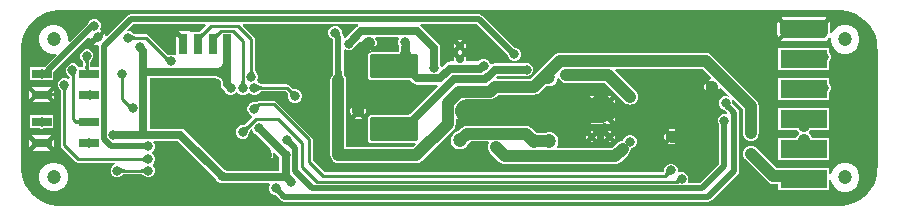
<source format=gbl>
G04*
G04 #@! TF.GenerationSoftware,Altium Limited,Altium Designer,21.6.1 (37)*
G04*
G04 Layer_Physical_Order=2*
G04 Layer_Color=16711680*
%FSLAX44Y44*%
%MOMM*%
G71*
G04*
G04 #@! TF.SameCoordinates,3F17BC7F-6D44-4E06-9127-94DCD14E2BF1*
G04*
G04*
G04 #@! TF.FilePolarity,Positive*
G04*
G01*
G75*
%ADD10C,0.2500*%
%ADD16C,0.4000*%
%ADD70C,2.0000*%
%ADD72C,0.5000*%
%ADD74C,0.7000*%
%ADD75C,1.0000*%
%ADD82C,1.2000*%
%ADD83C,0.7000*%
%ADD84C,0.8000*%
%ADD85R,4.0000X1.5240*%
G04:AMPARAMS|DCode=86|XSize=1.524mm|YSize=4mm|CornerRadius=0.381mm|HoleSize=0mm|Usage=FLASHONLY|Rotation=270.000|XOffset=0mm|YOffset=0mm|HoleType=Round|Shape=RoundedRectangle|*
%AMROUNDEDRECTD86*
21,1,1.5240,3.2380,0,0,270.0*
21,1,0.7620,4.0000,0,0,270.0*
1,1,0.7620,-1.6190,-0.3810*
1,1,0.7620,-1.6190,0.3810*
1,1,0.7620,1.6190,0.3810*
1,1,0.7620,1.6190,-0.3810*
%
%ADD86ROUNDEDRECTD86*%
%ADD87R,4.0000X1.5240*%
G04:AMPARAMS|DCode=88|XSize=2mm|YSize=4mm|CornerRadius=0.07mm|HoleSize=0mm|Usage=FLASHONLY|Rotation=90.000|XOffset=0mm|YOffset=0mm|HoleType=Round|Shape=RoundedRectangle|*
%AMROUNDEDRECTD88*
21,1,2.0000,3.8600,0,0,90.0*
21,1,1.8600,4.0000,0,0,90.0*
1,1,0.1400,1.9300,0.9300*
1,1,0.1400,1.9300,-0.9300*
1,1,0.1400,-1.9300,-0.9300*
1,1,0.1400,-1.9300,0.9300*
%
%ADD88ROUNDEDRECTD88*%
%ADD89R,1.6510X0.7874*%
%ADD90R,0.7000X1.7000*%
G36*
X1387643Y527188D02*
X1391752Y526087D01*
X1395681Y524460D01*
X1399365Y522333D01*
X1402740Y519744D01*
X1405748Y516737D01*
X1408337Y513363D01*
X1410464Y509680D01*
X1412093Y505751D01*
X1413194Y501643D01*
X1413751Y497426D01*
X1413751Y495299D01*
X1413848Y494814D01*
X1413898Y494560D01*
Y395280D01*
X1413836Y394967D01*
X1413743Y394498D01*
X1413743Y392372D01*
X1413188Y388155D01*
X1412087Y384046D01*
X1410460Y380117D01*
X1408333Y376433D01*
X1405744Y373059D01*
X1402737Y370051D01*
X1399363Y367461D01*
X1395680Y365334D01*
X1391751Y363705D01*
X1387643Y362604D01*
X1383482Y362055D01*
X1381412Y362146D01*
X1381356Y362138D01*
X1381300Y362149D01*
X721400Y362163D01*
X719273D01*
X715057Y362718D01*
X710948Y363818D01*
X707018Y365446D01*
X703335Y367572D01*
X699960Y370161D01*
X696952Y373168D01*
X694363Y376542D01*
X692235Y380225D01*
X690607Y384154D01*
X689505Y388263D01*
X688949Y392480D01*
X688949Y394606D01*
X688957Y495201D01*
X688957Y495202D01*
X688957Y495202D01*
Y497328D01*
X689512Y501545D01*
X690613Y505654D01*
X692240Y509583D01*
X694367Y513267D01*
X696956Y516642D01*
X699963Y519649D01*
X703337Y522239D01*
X707020Y524366D01*
X710949Y525995D01*
X715057Y527096D01*
X719274Y527652D01*
X721401Y527653D01*
X1381300Y527743D01*
X1383427Y527743D01*
X1387643Y527188D01*
D02*
G37*
%LPC*%
G36*
X1329399Y518633D02*
X1329128Y518228D01*
X1328636Y515750D01*
Y508130D01*
X1329128Y505652D01*
X1329399Y505247D01*
X1336092Y511940D01*
X1329399Y518633D01*
D02*
G37*
G36*
X751734Y520400D02*
X749466D01*
X747371Y519532D01*
X745768Y517929D01*
X745093Y516300D01*
X729680Y500887D01*
X728824Y501381D01*
X728600Y501603D01*
Y504808D01*
X727769Y507911D01*
X726162Y510693D01*
X723891Y512964D01*
X721109Y514570D01*
X718006Y515402D01*
X714794D01*
X711691Y514570D01*
X708909Y512964D01*
X706638Y510693D01*
X705031Y507911D01*
X704200Y504808D01*
Y501595D01*
X705031Y498493D01*
X706638Y495711D01*
X708909Y493439D01*
X711691Y491833D01*
X714794Y491002D01*
X717999D01*
X718220Y490777D01*
X718714Y489921D01*
X708727Y479934D01*
X708662Y479837D01*
X707286D01*
X707134Y479900D01*
X704866D01*
X704714Y479837D01*
X696045D01*
Y468563D01*
X704714D01*
X704866Y468500D01*
X707134D01*
X707286Y468563D01*
X715955D01*
Y475050D01*
X745634Y504729D01*
X746904Y504203D01*
Y503889D01*
X747350Y502226D01*
X747621Y501755D01*
X752030Y506164D01*
X756438Y510573D01*
X756351Y510623D01*
X755943Y511000D01*
X755742Y512220D01*
X756300Y513566D01*
Y515834D01*
X755432Y517929D01*
X753829Y519532D01*
X751734Y520400D01*
D02*
G37*
G36*
X1061103Y502840D02*
X1059098D01*
X1058243Y502486D01*
X1060100Y500628D01*
X1061957Y502486D01*
X1061103Y502840D01*
D02*
G37*
G36*
X1064786Y499657D02*
X1062928Y497800D01*
X1064786Y495943D01*
X1065140Y496797D01*
Y498802D01*
X1064786Y499657D01*
D02*
G37*
G36*
X1055414Y499657D02*
X1055060Y498802D01*
Y496797D01*
X1055414Y495943D01*
X1057271Y497800D01*
X1055414Y499657D01*
D02*
G37*
G36*
X1367490Y522224D02*
X1335110D01*
X1332632Y521731D01*
X1332227Y521461D01*
X1340334Y513354D01*
X1338920Y511940D01*
X1340334Y510526D01*
X1332227Y502419D01*
X1332632Y502148D01*
X1335110Y501656D01*
X1367490D01*
X1369968Y502148D01*
X1372068Y503552D01*
X1372830Y504692D01*
X1374100Y504307D01*
Y501694D01*
X1374931Y498591D01*
X1376538Y495809D01*
X1378809Y493538D01*
X1381591Y491931D01*
X1384694Y491100D01*
X1387906D01*
X1391009Y491931D01*
X1393791Y493538D01*
X1396062Y495809D01*
X1397669Y498591D01*
X1398500Y501694D01*
Y504906D01*
X1397669Y508009D01*
X1396062Y510791D01*
X1393791Y513062D01*
X1391009Y514669D01*
X1387906Y515500D01*
X1384694D01*
X1381591Y514669D01*
X1378809Y513062D01*
X1376538Y510791D01*
X1375234Y508534D01*
X1373964Y508874D01*
Y515750D01*
X1373472Y518228D01*
X1373201Y518633D01*
X1365094Y510526D01*
X1362266Y513354D01*
X1370373Y521461D01*
X1369968Y521731D01*
X1367490Y522224D01*
D02*
G37*
G36*
X1060100Y494972D02*
X1058243Y493114D01*
X1058549Y492987D01*
Y491613D01*
X1058243Y491486D01*
X1060100Y489628D01*
X1061957Y491486D01*
X1061651Y491613D01*
Y492987D01*
X1061957Y493114D01*
X1060100Y494972D01*
D02*
G37*
G36*
X1076200Y524482D02*
X781500D01*
X779861Y524156D01*
X778472Y523228D01*
X761205Y505961D01*
X759788Y506341D01*
X759538Y507274D01*
X759267Y507744D01*
X754858Y503336D01*
X750450Y498927D01*
X750920Y498656D01*
X752583Y498210D01*
X753124D01*
X754218Y497200D01*
Y479837D01*
X747173D01*
X747159Y479925D01*
X747146Y480072D01*
Y483315D01*
X747159Y483414D01*
X747203Y483615D01*
X747266Y483815D01*
X747350Y484016D01*
X747455Y484222D01*
X747587Y484434D01*
X747745Y484651D01*
X747933Y484874D01*
X748189Y485141D01*
X748270Y485269D01*
X748970Y485969D01*
X749838Y488064D01*
Y490331D01*
X748970Y492426D01*
X747367Y494030D01*
X745272Y494897D01*
X743004D01*
X740909Y494030D01*
X739306Y492426D01*
X738438Y490331D01*
Y488064D01*
X739306Y485969D01*
X740005Y485269D01*
X740087Y485141D01*
X740343Y484875D01*
X740531Y484651D01*
X740689Y484434D01*
X740820Y484222D01*
X740926Y484016D01*
X741010Y483815D01*
X741073Y483615D01*
X741117Y483414D01*
X741130Y483315D01*
Y480072D01*
X741117Y479925D01*
X741103Y479837D01*
X737083D01*
X736877Y480333D01*
X735274Y481937D01*
X733179Y482804D01*
X730911D01*
X728816Y481937D01*
X727213Y480333D01*
X726345Y478238D01*
Y475971D01*
X727213Y473876D01*
X728816Y472272D01*
X729129Y472143D01*
X729284Y472011D01*
X729426Y471866D01*
X729539Y471724D01*
X729629Y471583D01*
X729700Y471441D01*
X729756Y471290D01*
X729797Y471126D01*
X729811Y471031D01*
Y470110D01*
X728637Y469624D01*
X728629Y469632D01*
X726534Y470500D01*
X724266D01*
X722171Y469632D01*
X720568Y468029D01*
X719700Y465934D01*
Y463666D01*
X720568Y461571D01*
X721267Y460872D01*
X721349Y460743D01*
X721605Y460477D01*
X721793Y460254D01*
X721951Y460036D01*
X722082Y459825D01*
X722188Y459619D01*
X722272Y459417D01*
X722335Y459217D01*
X722379Y459017D01*
X722392Y458918D01*
Y413500D01*
X722621Y412349D01*
X723273Y411373D01*
X735073Y399573D01*
X736049Y398921D01*
X737200Y398692D01*
X768284D01*
X768537Y397422D01*
X766871Y396732D01*
X765268Y395129D01*
X764400Y393034D01*
Y390766D01*
X765268Y388671D01*
X766871Y387068D01*
X768966Y386200D01*
X771234D01*
X773329Y387068D01*
X774123Y387862D01*
X774256Y387952D01*
X774513Y388210D01*
X774726Y388398D01*
X774935Y388556D01*
X775137Y388686D01*
X775335Y388791D01*
X775529Y388873D01*
X775722Y388936D01*
X775918Y388980D01*
X776018Y388993D01*
X790563D01*
X790662Y388980D01*
X790862Y388936D01*
X791062Y388873D01*
X791264Y388789D01*
X791469Y388684D01*
X791681Y388552D01*
X791898Y388394D01*
X792122Y388206D01*
X792388Y387950D01*
X792516Y387868D01*
X793216Y387169D01*
X795311Y386301D01*
X797579D01*
X799673Y387169D01*
X801277Y388772D01*
X802145Y390867D01*
Y393135D01*
X801277Y395230D01*
X800457Y396050D01*
X800445Y397784D01*
X801132Y398471D01*
X802000Y400566D01*
Y402834D01*
X801132Y404929D01*
X799610Y406451D01*
X799523Y406730D01*
X799486Y407925D01*
X800832Y409271D01*
X801700Y411366D01*
Y413634D01*
X800832Y415729D01*
X800736Y415825D01*
X801222Y416998D01*
X821404D01*
X853320Y385082D01*
X853718Y384121D01*
X855321Y382518D01*
X857416Y381650D01*
X858205D01*
X859471Y381398D01*
X898428D01*
X899081Y380128D01*
X898400Y378484D01*
Y376216D01*
X899268Y374121D01*
X900871Y372518D01*
X902966Y371650D01*
X903638D01*
X904121Y371223D01*
X908472Y366872D01*
X909861Y365944D01*
X911500Y365618D01*
X1270200D01*
X1271839Y365944D01*
X1273228Y366872D01*
X1295330Y388974D01*
X1296258Y390363D01*
X1296584Y392002D01*
Y441186D01*
X1296258Y442825D01*
X1295330Y444215D01*
X1291036Y448508D01*
X1290931Y448630D01*
X1290817Y448781D01*
X1290800Y448805D01*
Y450334D01*
X1290225Y451722D01*
X1291302Y452441D01*
X1299677Y444066D01*
Y423500D01*
X1299908Y421751D01*
X1300583Y420121D01*
X1301657Y418722D01*
X1303056Y417648D01*
X1304686Y416973D01*
X1306435Y416742D01*
X1308184Y416973D01*
X1309814Y417648D01*
X1311214Y418722D01*
X1312287Y420121D01*
X1312963Y421751D01*
X1313193Y423500D01*
Y446865D01*
X1312963Y448614D01*
X1312287Y450244D01*
X1311214Y451643D01*
X1276140Y486717D01*
X1273211Y489646D01*
X1271812Y490719D01*
X1270182Y491395D01*
X1268433Y491625D01*
X1144667D01*
X1142918Y491395D01*
X1141288Y490719D01*
X1139889Y489646D01*
X1120101Y469858D01*
X1091601D01*
X1091115Y471031D01*
X1092182Y472098D01*
X1114605D01*
X1115566Y471700D01*
X1117834D01*
X1119929Y472568D01*
X1121532Y474171D01*
X1122400Y476266D01*
Y478534D01*
X1121532Y480629D01*
X1119929Y482232D01*
X1117834Y483100D01*
X1115566D01*
X1114605Y482702D01*
X1089986D01*
X1087957Y482298D01*
X1087345Y481889D01*
X1087081Y481899D01*
X1085870Y482431D01*
X1085208Y484029D01*
X1083604Y485632D01*
X1081509Y486500D01*
X1079242D01*
X1077147Y485632D01*
X1075916Y484402D01*
X1065705D01*
X1064999Y485458D01*
X1065140Y485798D01*
Y487803D01*
X1064786Y488657D01*
X1061514Y485386D01*
X1060100Y486800D01*
X1058686Y485386D01*
X1055414Y488657D01*
X1055060Y487803D01*
Y485798D01*
X1055201Y485458D01*
X1054495Y484402D01*
X1052416D01*
X1050387Y483998D01*
X1048667Y482849D01*
X1045070Y479252D01*
X1043800Y479778D01*
Y480334D01*
X1043402Y481295D01*
Y496000D01*
X1042998Y498029D01*
X1041849Y499749D01*
X1027849Y513749D01*
X1026504Y514648D01*
X1026889Y515918D01*
X1074426D01*
X1100530Y489814D01*
X1100600Y489732D01*
Y489366D01*
X1101468Y487271D01*
X1103071Y485668D01*
X1105166Y484800D01*
X1107434D01*
X1109529Y485668D01*
X1111132Y487271D01*
X1112000Y489366D01*
Y491634D01*
X1111132Y493729D01*
X1109529Y495332D01*
X1107434Y496200D01*
X1106320D01*
X1106272Y496234D01*
X1105856Y496600D01*
X1079228Y523228D01*
X1077839Y524156D01*
X1076200Y524482D01*
D02*
G37*
G36*
X1373000Y495860D02*
X1329600D01*
Y477220D01*
X1373000D01*
Y484839D01*
X1373132Y484971D01*
X1374000Y487066D01*
Y489334D01*
X1373132Y491429D01*
X1373000Y491561D01*
Y495860D01*
D02*
G37*
G36*
X716795Y459848D02*
X713147Y456200D01*
X716795Y452551D01*
Y459848D01*
D02*
G37*
G36*
X695205Y459849D02*
Y452551D01*
X698854Y456200D01*
X695205Y459849D01*
D02*
G37*
G36*
X1373000Y470460D02*
X1329600D01*
Y451820D01*
X1373000D01*
Y458204D01*
X1373367Y458571D01*
X1374235Y460666D01*
Y462934D01*
X1373367Y465029D01*
X1373000Y465396D01*
Y470460D01*
D02*
G37*
G36*
X713967Y462677D02*
X698033D01*
X703096Y457614D01*
X701682Y456200D01*
X703096Y454786D01*
X698034Y449723D01*
X713967D01*
X708904Y454786D01*
X710318Y456200D01*
X708904Y457614D01*
X713967Y462677D01*
D02*
G37*
G36*
X707134Y439000D02*
X704866D01*
X704714Y438937D01*
X696045D01*
Y427663D01*
X704714D01*
X704866Y427600D01*
X707134D01*
X707286Y427663D01*
X715955D01*
Y438937D01*
X707286D01*
X707134Y439000D01*
D02*
G37*
G36*
X713967Y421777D02*
X698034D01*
X703096Y416714D01*
X701682Y415300D01*
X703096Y413886D01*
X698034Y408823D01*
X713967D01*
X708904Y413886D01*
X710318Y415300D01*
X708904Y416714D01*
X710816Y418627D01*
X709906Y419207D01*
X710145Y419109D01*
X710429Y419092D01*
X710758Y419156D01*
X711132Y419300D01*
X711551Y419525D01*
X712016Y419831D01*
X712035Y419846D01*
X713967Y421777D01*
D02*
G37*
G36*
X716795Y418949D02*
X713147Y415300D01*
X716795Y411651D01*
Y418949D01*
D02*
G37*
G36*
X695205Y418949D02*
Y411651D01*
X698854Y415300D01*
X695205Y418949D01*
D02*
G37*
G36*
X1373000Y445060D02*
X1329600D01*
Y426420D01*
X1345525D01*
X1346521Y425121D01*
X1347075Y424697D01*
X1347075Y423096D01*
X1346922Y422979D01*
X1345848Y421579D01*
X1345172Y419949D01*
X1345134Y419660D01*
X1329600D01*
Y401020D01*
X1373000D01*
Y419660D01*
X1358266D01*
X1358228Y419949D01*
X1357552Y421579D01*
X1356478Y422979D01*
X1355925Y423403D01*
Y425004D01*
X1356078Y425121D01*
X1357075Y426420D01*
X1373000D01*
Y445060D01*
D02*
G37*
G36*
X718006Y398806D02*
X714794D01*
X711691Y397974D01*
X708909Y396368D01*
X706638Y394096D01*
X705031Y391315D01*
X704200Y388212D01*
Y384999D01*
X705031Y381897D01*
X706638Y379114D01*
X708909Y376843D01*
X711691Y375237D01*
X714794Y374406D01*
X718006D01*
X721109Y375237D01*
X723891Y376843D01*
X726162Y379114D01*
X727769Y381897D01*
X728600Y384999D01*
Y388212D01*
X727769Y391315D01*
X726162Y394096D01*
X723891Y396368D01*
X721109Y397974D01*
X718006Y398806D01*
D02*
G37*
G36*
X1306700Y413158D02*
X1304951Y412928D01*
X1303321Y412252D01*
X1301922Y411179D01*
X1300848Y409779D01*
X1300172Y408149D01*
X1299942Y406400D01*
X1300172Y404651D01*
X1300848Y403021D01*
X1301922Y401622D01*
X1320762Y382781D01*
X1322161Y381707D01*
X1323791Y381032D01*
X1325540Y380802D01*
X1327151D01*
X1327571Y380796D01*
X1329118Y380706D01*
X1329600Y380652D01*
Y375620D01*
X1373000D01*
Y384090D01*
X1374270Y384258D01*
X1374931Y381789D01*
X1376538Y379007D01*
X1378809Y376736D01*
X1381591Y375130D01*
X1384694Y374298D01*
X1387906D01*
X1391009Y375130D01*
X1393791Y376736D01*
X1396062Y379007D01*
X1397669Y381789D01*
X1398500Y384892D01*
Y388105D01*
X1397669Y391207D01*
X1396062Y393989D01*
X1393791Y396261D01*
X1391009Y397867D01*
X1387906Y398698D01*
X1384694D01*
X1381591Y397867D01*
X1378809Y396261D01*
X1376538Y393989D01*
X1374931Y391207D01*
X1374270Y388739D01*
X1373000Y388906D01*
Y394260D01*
X1349119D01*
X1348680Y394318D01*
X1328339D01*
X1311478Y411179D01*
X1310079Y412252D01*
X1308449Y412928D01*
X1306700Y413158D01*
D02*
G37*
%LPD*%
G36*
X844991Y514744D02*
X840248Y510002D01*
X839807Y509591D01*
X839450Y509303D01*
X839286Y509188D01*
X833050D01*
Y509188D01*
X831790Y509212D01*
Y510028D01*
X822538D01*
X827164Y505402D01*
X824336Y502573D01*
X819710Y507199D01*
Y490223D01*
X818440Y489548D01*
X816834Y490213D01*
X814566D01*
X814144Y490038D01*
X814008Y490009D01*
X813798Y489982D01*
X813615Y489978D01*
X813454Y489991D01*
X813309Y490019D01*
X813174Y490062D01*
X813040Y490122D01*
X812902Y490204D01*
X812827Y490259D01*
X796460Y506627D01*
X795484Y507279D01*
X794333Y507508D01*
X785167D01*
X785069Y507520D01*
X784859Y507565D01*
X784647Y507628D01*
X784431Y507713D01*
X784209Y507820D01*
X783981Y507951D01*
X783745Y508110D01*
X783502Y508297D01*
X783217Y508546D01*
X783130Y508595D01*
X782594Y509132D01*
X780499Y510000D01*
X779152D01*
X778626Y511270D01*
X783274Y515918D01*
X844505D01*
X844991Y514744D01*
D02*
G37*
G36*
X843487Y507220D02*
X843000Y506715D01*
X842230Y505806D01*
X841948Y505402D01*
X841734Y505032D01*
X841588Y504695D01*
X841511Y504392D01*
X841502Y504122D01*
X841561Y503886D01*
X841689Y503684D01*
X838421Y507426D01*
X838603Y507278D01*
X838822Y507202D01*
X839080Y507199D01*
X839376Y507269D01*
X839710Y507412D01*
X840083Y507629D01*
X840494Y507918D01*
X840943Y508281D01*
X841957Y509225D01*
X843487Y507220D01*
D02*
G37*
G36*
X855989Y507121D02*
X855506Y506621D01*
X854741Y505717D01*
X854460Y505315D01*
X854247Y504944D01*
X854100Y504607D01*
X854021Y504302D01*
X854010Y504030D01*
X854066Y503791D01*
X854189Y503584D01*
X851021Y507426D01*
X851198Y507273D01*
X851414Y507194D01*
X851669Y507188D01*
X851964Y507257D01*
X852298Y507400D01*
X852671Y507617D01*
X853084Y507908D01*
X853535Y508273D01*
X854557Y509225D01*
X855989Y507121D01*
D02*
G37*
G36*
X974096Y514648D02*
X972751Y513749D01*
X963832Y504830D01*
X962871Y504432D01*
X962840Y504401D01*
X961666Y504887D01*
Y505204D01*
X961340Y506843D01*
X960412Y508232D01*
X960300Y508344D01*
Y509934D01*
X959432Y512029D01*
X957829Y513632D01*
X955734Y514500D01*
X953466D01*
X951371Y513632D01*
X949768Y512029D01*
X948900Y509934D01*
Y507666D01*
X949768Y505571D01*
X951371Y503968D01*
X953102Y503251D01*
Y479752D01*
X952988Y476416D01*
X952791Y474368D01*
X952676Y473671D01*
X952560Y473192D01*
X952495Y473018D01*
X951532Y471763D01*
X950856Y470133D01*
X950626Y468384D01*
Y423698D01*
Y404902D01*
X950856Y403153D01*
X951532Y401523D01*
X952606Y400123D01*
X954005Y399050D01*
X955635Y398374D01*
X957384Y398144D01*
X1023402D01*
X1025151Y398374D01*
X1026781Y399050D01*
X1028180Y400123D01*
X1054578Y426521D01*
X1055652Y427921D01*
X1056328Y429551D01*
X1056558Y431300D01*
Y435969D01*
X1057828Y436495D01*
X1058956Y435366D01*
X1060904Y434242D01*
X1063076Y433660D01*
X1065324D01*
X1067496Y434242D01*
X1069444Y435366D01*
X1070211Y436134D01*
X1071050Y436941D01*
X1071889Y436134D01*
X1072656Y435366D01*
X1074604Y434242D01*
X1076776Y433660D01*
X1079024D01*
X1081196Y434242D01*
X1083144Y435366D01*
X1084650Y436873D01*
X1086186Y435336D01*
X1088134Y434212D01*
X1090306Y433630D01*
X1092554D01*
X1094726Y434212D01*
X1095889Y434883D01*
X1090016Y440756D01*
X1091430Y442170D01*
X1090016Y443584D01*
X1095889Y449457D01*
X1094726Y450128D01*
X1092554Y450710D01*
X1090306D01*
X1088134Y450128D01*
X1086186Y449004D01*
X1084680Y447497D01*
X1083144Y449034D01*
X1081196Y450158D01*
X1079024Y450740D01*
X1076776D01*
X1074604Y450158D01*
X1072656Y449034D01*
X1071889Y448266D01*
X1071050Y447459D01*
X1070211Y448266D01*
X1069444Y449034D01*
X1067496Y450158D01*
X1065324Y450740D01*
X1063916D01*
X1063183Y452010D01*
X1063259Y452142D01*
X1085729D01*
X1087478Y452373D01*
X1089108Y453048D01*
X1090507Y454122D01*
X1092728Y456342D01*
X1122900D01*
X1124649Y456572D01*
X1126279Y457248D01*
X1127679Y458321D01*
X1132980Y463623D01*
X1134186Y463300D01*
X1136214D01*
X1138172Y463825D01*
X1139928Y464838D01*
X1141361Y466272D01*
X1142375Y468028D01*
X1142900Y469986D01*
Y470149D01*
X1144170Y470402D01*
X1144452Y469721D01*
X1145526Y468321D01*
X1146926Y467248D01*
X1148555Y466572D01*
X1150304Y466342D01*
X1182881D01*
X1199342Y449882D01*
X1200741Y448808D01*
X1202371Y448133D01*
X1204120Y447902D01*
X1205869Y448133D01*
X1207499Y448808D01*
X1208898Y449882D01*
X1209972Y451281D01*
X1210648Y452911D01*
X1210878Y454660D01*
X1210648Y456409D01*
X1209972Y458039D01*
X1208898Y459439D01*
X1191498Y476839D01*
X1192024Y478109D01*
X1265634D01*
X1266583Y477160D01*
X1266583Y477160D01*
X1273055Y470688D01*
X1272526Y469421D01*
X1271246Y469078D01*
X1270776Y468807D01*
X1275184Y464398D01*
X1279593Y459989D01*
X1279864Y460459D01*
X1280207Y461740D01*
X1281474Y462269D01*
X1288341Y455402D01*
X1287622Y454325D01*
X1286234Y454900D01*
X1283966D01*
X1281871Y454032D01*
X1280268Y452429D01*
X1279400Y450334D01*
Y448066D01*
X1280268Y445971D01*
X1281871Y444368D01*
X1283833Y443555D01*
X1284378Y443054D01*
X1286514Y440918D01*
X1285795Y439842D01*
X1285235Y440073D01*
X1282968D01*
X1280873Y439205D01*
X1279269Y437602D01*
X1278402Y435507D01*
Y433239D01*
X1279269Y431144D01*
X1279777Y430637D01*
X1279819Y429969D01*
Y397375D01*
X1263726Y381282D01*
X1253653D01*
X1252952Y382552D01*
X1253600Y384116D01*
Y386384D01*
X1252732Y388479D01*
X1251129Y390082D01*
X1249034Y390950D01*
X1246766D01*
X1245632Y390480D01*
X1245235Y390686D01*
X1244500Y391386D01*
Y393334D01*
X1243632Y395429D01*
X1242029Y397032D01*
X1239934Y397900D01*
X1237666D01*
X1235571Y397032D01*
X1233968Y395429D01*
X1233100Y393334D01*
Y392508D01*
X1233070Y392392D01*
X1233050Y392016D01*
X1233016Y391716D01*
X1232965Y391441D01*
X1232900Y391190D01*
X1232822Y390961D01*
X1232732Y390752D01*
X1232655Y390608D01*
X945446D01*
X935408Y400646D01*
Y418500D01*
X935179Y419651D01*
X934527Y420627D01*
X904827Y450327D01*
X903851Y450979D01*
X902700Y451208D01*
X890265D01*
X889113Y450979D01*
X888138Y450327D01*
X887808Y449997D01*
X887774Y449969D01*
X887614Y449851D01*
X887478Y449767D01*
X887371Y449713D01*
X887319Y449694D01*
X887184Y449750D01*
X884916D01*
X882821Y448882D01*
X881218Y447279D01*
X880350Y445184D01*
Y442916D01*
X881218Y440821D01*
X882821Y439218D01*
X884233Y438633D01*
X884573Y437177D01*
X878382Y430986D01*
X878303Y430925D01*
X878130Y430815D01*
X877944Y430718D01*
X877743Y430634D01*
X877522Y430564D01*
X877280Y430507D01*
X877014Y430465D01*
X876723Y430440D01*
X876354Y430433D01*
X876206Y430400D01*
X875216D01*
X873121Y429532D01*
X871518Y427929D01*
X870650Y425834D01*
Y423566D01*
X871518Y421471D01*
X873121Y419868D01*
X875216Y419000D01*
X877484D01*
X879579Y419868D01*
X881182Y421471D01*
X882050Y423566D01*
Y424556D01*
X882083Y424704D01*
X882090Y425073D01*
X882115Y425364D01*
X882157Y425630D01*
X882214Y425872D01*
X882284Y426092D01*
X882368Y426294D01*
X882465Y426480D01*
X882575Y426653D01*
X882636Y426732D01*
X883377Y427473D01*
X884550Y426987D01*
Y426920D01*
X885418Y424825D01*
X887021Y423221D01*
X887610Y422977D01*
X897900Y412687D01*
X897243Y411548D01*
X896528Y411740D01*
X894807D01*
X893143Y411294D01*
X892673Y411023D01*
X897082Y406614D01*
X901490Y402205D01*
X901762Y402675D01*
X902207Y404339D01*
Y406061D01*
X902016Y406775D01*
X903155Y407433D01*
X907283Y403304D01*
X907366Y403105D01*
Y392002D01*
X861959D01*
X861779Y392182D01*
X860818Y392580D01*
X827349Y426049D01*
X825629Y427198D01*
X823600Y427602D01*
X797554D01*
Y470011D01*
X853936D01*
X854855Y469854D01*
X855647Y469598D01*
X856281Y469266D01*
X856786Y468865D01*
X857196Y468379D01*
X857530Y467777D01*
X857788Y467027D01*
X857948Y466147D01*
Y465021D01*
X858352Y462992D01*
X859501Y461272D01*
X860578Y460194D01*
X861168Y458771D01*
X862771Y457168D01*
X864866Y456300D01*
X867134D01*
X869229Y457168D01*
X870334Y458273D01*
X871534Y458361D01*
X871880Y458159D01*
X873271Y456768D01*
X875366Y455900D01*
X877634D01*
X879729Y456768D01*
X881332Y458371D01*
X881760Y458456D01*
X883049Y457167D01*
X885144Y456299D01*
X887412D01*
X889507Y457167D01*
X890206Y457866D01*
X890335Y457948D01*
X890601Y458204D01*
X890824Y458392D01*
X891042Y458550D01*
X891253Y458681D01*
X891459Y458787D01*
X891661Y458871D01*
X891861Y458934D01*
X892061Y458978D01*
X892160Y458991D01*
X912555D01*
X914414Y457132D01*
X914475Y457053D01*
X914585Y456880D01*
X914682Y456694D01*
X914765Y456493D01*
X914836Y456272D01*
X914893Y456030D01*
X914935Y455764D01*
X914960Y455473D01*
X914967Y455104D01*
X915000Y454956D01*
Y453966D01*
X915868Y451871D01*
X917471Y450268D01*
X919566Y449400D01*
X921834D01*
X923929Y450268D01*
X925532Y451871D01*
X926400Y453966D01*
Y456234D01*
X925532Y458329D01*
X923929Y459932D01*
X921834Y460800D01*
X920844D01*
X920696Y460833D01*
X920327Y460840D01*
X920036Y460865D01*
X919770Y460907D01*
X919528Y460964D01*
X919308Y461035D01*
X919106Y461118D01*
X918920Y461215D01*
X918747Y461325D01*
X918668Y461386D01*
X915928Y464126D01*
X914952Y464778D01*
X913801Y465007D01*
X892160D01*
X892061Y465020D01*
X891860Y465064D01*
X891661Y465127D01*
X891459Y465211D01*
X891253Y465316D01*
X891042Y465447D01*
X890824Y465606D01*
X890601Y465794D01*
X890335Y466049D01*
X890206Y466132D01*
X889507Y466831D01*
X889079Y467008D01*
X888705Y468538D01*
X889400Y470216D01*
Y472484D01*
X888532Y474579D01*
X887833Y475278D01*
X887751Y475407D01*
X887495Y475673D01*
X887307Y475896D01*
X887149Y476114D01*
X887018Y476325D01*
X886912Y476531D01*
X886828Y476733D01*
X886765Y476932D01*
X886721Y477133D01*
X886708Y477232D01*
Y503000D01*
X886479Y504151D01*
X885827Y505127D01*
X876209Y514744D01*
X876695Y515918D01*
X973711D01*
X974096Y514648D01*
D02*
G37*
G36*
X782402Y506956D02*
X782731Y506703D01*
X783063Y506480D01*
X783399Y506286D01*
X783738Y506122D01*
X784082Y505988D01*
X784429Y505884D01*
X784780Y505810D01*
X785135Y505765D01*
X785493Y505750D01*
X785625Y503250D01*
X785260Y503234D01*
X784904Y503186D01*
X784556Y503106D01*
X784216Y502993D01*
X783886Y502849D01*
X783563Y502673D01*
X783249Y502464D01*
X782944Y502224D01*
X782646Y501951D01*
X782358Y501646D01*
X782078Y507239D01*
X782402Y506956D01*
D02*
G37*
G36*
X1008760Y503428D02*
X1008100Y501834D01*
Y499566D01*
X1008898Y497639D01*
Y495641D01*
X1008839Y494970D01*
X1008689Y494064D01*
X1008494Y493337D01*
X1008272Y492792D01*
X1008049Y492426D01*
X1007851Y492211D01*
X1007676Y492094D01*
X1007542Y492047D01*
X984700D01*
X983764Y491861D01*
X982970Y491330D01*
X982439Y490536D01*
X982253Y489600D01*
Y471000D01*
X982439Y470064D01*
X982970Y469270D01*
X983764Y468739D01*
X984700Y468553D01*
X1018249D01*
X1020551Y466251D01*
X1022271Y465102D01*
X1024300Y464698D01*
X1041160D01*
X1041646Y463525D01*
X1021740Y443618D01*
X1018934Y441148D01*
X1017587Y440123D01*
X1016396Y439335D01*
X1015487Y438847D01*
X984700D01*
X983764Y438661D01*
X982970Y438130D01*
X982439Y437336D01*
X982253Y436400D01*
Y417800D01*
X982439Y416864D01*
X982970Y416070D01*
X983764Y415539D01*
X984700Y415353D01*
X1022500D01*
X1023026Y414083D01*
X1020603Y411660D01*
X964142D01*
Y423698D01*
Y468384D01*
X963912Y470133D01*
X963236Y471763D01*
X962274Y473018D01*
X962208Y473192D01*
X962112Y473588D01*
X961666Y480324D01*
Y494313D01*
X962840Y494799D01*
X962871Y494768D01*
X964966Y493900D01*
X967234D01*
X969329Y494768D01*
X970932Y496371D01*
X971330Y497332D01*
X975460Y501462D01*
X976598Y500804D01*
X976560Y500661D01*
Y498939D01*
X977006Y497276D01*
X977277Y496806D01*
X981686Y501214D01*
X983100Y499800D01*
X984514Y501214D01*
X988923Y496806D01*
X989194Y497276D01*
X989640Y498939D01*
Y500661D01*
X989194Y502324D01*
X988557Y503428D01*
X989111Y504698D01*
X1008078D01*
X1008760Y503428D01*
D02*
G37*
G36*
X1104139Y495802D02*
X1105192Y494875D01*
X1105397Y494729D01*
X1105577Y494617D01*
X1105734Y494540D01*
X1105868Y494496D01*
X1105977Y494487D01*
X1102307Y490257D01*
X1102287Y490335D01*
X1102233Y490439D01*
X1102146Y490572D01*
X1102025Y490731D01*
X1101685Y491132D01*
X1100603Y492261D01*
X1103817Y496119D01*
X1104139Y495802D01*
D02*
G37*
G36*
X1017735Y495947D02*
X1017840Y494752D01*
X1018015Y493697D01*
X1018260Y492783D01*
X1018575Y492010D01*
X1018960Y491377D01*
X1019415Y490885D01*
X1019940Y490533D01*
X1020535Y490322D01*
X1021200Y490252D01*
X1007200D01*
X1007865Y490322D01*
X1008460Y490533D01*
X1008985Y490885D01*
X1009440Y491377D01*
X1009825Y492010D01*
X1010140Y492783D01*
X1010385Y493697D01*
X1010560Y494752D01*
X1010665Y495947D01*
X1010700Y497283D01*
X1017700D01*
X1017735Y495947D01*
D02*
G37*
G36*
X811652Y488973D02*
X811941Y488758D01*
X812242Y488580D01*
X812555Y488440D01*
X812880Y488337D01*
X813217Y488271D01*
X813566Y488243D01*
X813927Y488252D01*
X814300Y488298D01*
X814685Y488382D01*
X811811Y483576D01*
X811698Y484008D01*
X811432Y484811D01*
X811278Y485183D01*
X810932Y485865D01*
X810739Y486175D01*
X810532Y486466D01*
X810312Y486736D01*
X810079Y486986D01*
X811375Y489226D01*
X811652Y488973D01*
D02*
G37*
G36*
X746643Y486034D02*
X746380Y485721D01*
X746147Y485402D01*
X745946Y485077D01*
X745775Y484745D01*
X745636Y484408D01*
X745527Y484065D01*
X745450Y483715D01*
X745403Y483359D01*
X745388Y482998D01*
X742888D01*
X742872Y483359D01*
X742826Y483715D01*
X742748Y484065D01*
X742640Y484408D01*
X742500Y484745D01*
X742330Y485077D01*
X742128Y485402D01*
X741896Y485721D01*
X741632Y486034D01*
X741338Y486341D01*
X746938D01*
X746643Y486034D01*
D02*
G37*
G36*
X745400Y480131D02*
X745438Y479706D01*
X745500Y479332D01*
X745588Y479007D01*
X745700Y478731D01*
X745838Y478507D01*
X746000Y478331D01*
X746188Y478206D01*
X746400Y478131D01*
X746638Y478106D01*
X741638D01*
X741875Y478131D01*
X742088Y478206D01*
X742275Y478331D01*
X742438Y478507D01*
X742575Y478731D01*
X742688Y479007D01*
X742775Y479332D01*
X742838Y479706D01*
X742875Y480131D01*
X742888Y480606D01*
X745388D01*
X745400Y480131D01*
D02*
G37*
G36*
X884966Y477188D02*
X885012Y476832D01*
X885089Y476483D01*
X885198Y476139D01*
X885338Y475802D01*
X885508Y475471D01*
X885710Y475146D01*
X885942Y474827D01*
X886206Y474514D01*
X886500Y474207D01*
X880900D01*
X881195Y474514D01*
X881458Y474827D01*
X881691Y475146D01*
X881892Y475471D01*
X882063Y475802D01*
X882202Y476139D01*
X882310Y476483D01*
X882388Y476832D01*
X882434Y477188D01*
X882450Y477550D01*
X884950D01*
X884966Y477188D01*
D02*
G37*
G36*
X959894Y480850D02*
X960393Y473326D01*
X960548Y472682D01*
X960725Y472212D01*
X960922Y471917D01*
X959985D01*
X959992Y471808D01*
X960031Y471604D01*
X960076Y471441D01*
X960127Y471320D01*
X960184Y471241D01*
X954584D01*
X954641Y471320D01*
X954692Y471441D01*
X954737Y471604D01*
X954776Y471808D01*
X954791Y471917D01*
X953846D01*
X954043Y472212D01*
X954220Y472682D01*
X954376Y473326D01*
X954510Y474144D01*
X954718Y476303D01*
X954874Y480850D01*
X954884Y482714D01*
X959884D01*
X959894Y480850D01*
D02*
G37*
G36*
X735102Y474472D02*
X734694Y473738D01*
X734528Y473375D01*
X734388Y473015D01*
X734273Y472657D01*
X734183Y472303D01*
X734119Y471950D01*
X734081Y471601D01*
X734069Y471254D01*
X731569Y470733D01*
X731551Y471105D01*
X731500Y471462D01*
X731414Y471803D01*
X731294Y472129D01*
X731139Y472440D01*
X730950Y472735D01*
X730726Y473014D01*
X730469Y473279D01*
X730177Y473527D01*
X729850Y473760D01*
X735344Y474843D01*
X735102Y474472D01*
D02*
G37*
G36*
X866750Y475313D02*
X859750Y465021D01*
X859680Y466311D01*
X859470Y467466D01*
X859120Y468485D01*
X858630Y469368D01*
X858000Y470115D01*
X857230Y470726D01*
X856320Y471202D01*
X855270Y471541D01*
X854080Y471745D01*
X852750Y471813D01*
Y478813D01*
X854080Y478883D01*
X855270Y479093D01*
X856320Y479443D01*
X857230Y479933D01*
X858000Y480563D01*
X858630Y481333D01*
X859120Y482243D01*
X859470Y483293D01*
X859680Y484483D01*
X859750Y485813D01*
X866750Y475313D01*
D02*
G37*
G36*
X877766Y467438D02*
X877812Y467082D01*
X877889Y466733D01*
X877998Y466389D01*
X878138Y466052D01*
X878308Y465721D01*
X878510Y465396D01*
X878742Y465076D01*
X879006Y464763D01*
X879300Y464457D01*
X873700D01*
X873995Y464763D01*
X874258Y465076D01*
X874491Y465396D01*
X874692Y465721D01*
X874863Y466052D01*
X875002Y466389D01*
X875110Y466733D01*
X875188Y467082D01*
X875235Y467438D01*
X875250Y467800D01*
X877750D01*
X877766Y467438D01*
D02*
G37*
G36*
X889441Y464504D02*
X889754Y464241D01*
X890073Y464008D01*
X890399Y463807D01*
X890730Y463636D01*
X891067Y463497D01*
X891411Y463388D01*
X891760Y463311D01*
X892116Y463264D01*
X892478Y463249D01*
Y460749D01*
X892116Y460733D01*
X891760Y460687D01*
X891411Y460609D01*
X891067Y460501D01*
X890730Y460361D01*
X890399Y460191D01*
X890073Y459989D01*
X889754Y459757D01*
X889442Y459493D01*
X889135Y459199D01*
X889135Y464799D01*
X889441Y464504D01*
D02*
G37*
G36*
X727906Y461637D02*
X727642Y461324D01*
X727410Y461004D01*
X727208Y460679D01*
X727038Y460348D01*
X726898Y460011D01*
X726789Y459667D01*
X726712Y459318D01*
X726665Y458962D01*
X726650Y458600D01*
X724150D01*
X724135Y458962D01*
X724088Y459318D01*
X724010Y459667D01*
X723902Y460011D01*
X723763Y460348D01*
X723592Y460679D01*
X723391Y461004D01*
X723158Y461324D01*
X722895Y461637D01*
X722600Y461943D01*
X728200D01*
X727906Y461637D01*
D02*
G37*
G36*
X917467Y460123D02*
X917751Y459904D01*
X918053Y459712D01*
X918373Y459546D01*
X918710Y459406D01*
X919065Y459292D01*
X919437Y459205D01*
X919827Y459144D01*
X920235Y459109D01*
X920660Y459100D01*
X916700Y455140D01*
X916691Y455565D01*
X916656Y455973D01*
X916595Y456363D01*
X916508Y456735D01*
X916394Y457090D01*
X916254Y457427D01*
X916088Y457747D01*
X915896Y458049D01*
X915677Y458333D01*
X915432Y458600D01*
X917200Y460368D01*
X917467Y460123D01*
D02*
G37*
G36*
X891148Y447316D02*
X890889Y447043D01*
X890661Y446773D01*
X890465Y446508D01*
X890301Y446248D01*
X890168Y445991D01*
X890068Y445739D01*
X889999Y445491D01*
X889962Y445247D01*
X889958Y445007D01*
X889984Y444772D01*
X886861Y447967D01*
X887095Y447935D01*
X887334Y447934D01*
X887576Y447966D01*
X887822Y448030D01*
X888072Y448126D01*
X888326Y448254D01*
X888584Y448413D01*
X888845Y448605D01*
X889111Y448828D01*
X889381Y449084D01*
X891148Y447316D01*
D02*
G37*
G36*
X1289054Y448469D02*
X1289090Y448328D01*
X1289161Y448165D01*
X1289267Y447979D01*
X1289408Y447770D01*
X1289584Y447538D01*
X1290041Y447008D01*
X1290638Y446386D01*
X1286433Y443520D01*
X1284566Y445236D01*
X1289053Y448586D01*
X1289054Y448469D01*
D02*
G37*
G36*
X737806Y431025D02*
X737783Y431227D01*
X737712Y431408D01*
X737595Y431568D01*
X737430Y431707D01*
X737219Y431824D01*
X736961Y431920D01*
X736656Y431995D01*
X736304Y432048D01*
X735905Y432080D01*
X735460Y432090D01*
Y434590D01*
X735905Y434601D01*
X736304Y434633D01*
X736656Y434686D01*
X736961Y434761D01*
X737219Y434857D01*
X737430Y434974D01*
X737595Y435113D01*
X737712Y435273D01*
X737783Y435454D01*
X737806Y435657D01*
Y431025D01*
D02*
G37*
G36*
X1286845Y431437D02*
X1286794Y431316D01*
X1286749Y431153D01*
X1286710Y430949D01*
X1286677Y430703D01*
X1286629Y430087D01*
X1286602Y428851D01*
X1281602D01*
X1281599Y429304D01*
X1281494Y430949D01*
X1281455Y431153D01*
X1281410Y431316D01*
X1281359Y431437D01*
X1281302Y431517D01*
X1286902D01*
X1286845Y431437D01*
D02*
G37*
G36*
X881618Y428200D02*
X881373Y427933D01*
X881154Y427649D01*
X880962Y427347D01*
X880796Y427027D01*
X880656Y426690D01*
X880542Y426335D01*
X880455Y425963D01*
X880394Y425573D01*
X880359Y425165D01*
X880350Y424740D01*
X876390Y428700D01*
X876815Y428709D01*
X877223Y428744D01*
X877613Y428805D01*
X877985Y428892D01*
X878340Y429006D01*
X878677Y429146D01*
X878997Y429312D01*
X879299Y429504D01*
X879583Y429723D01*
X879850Y429968D01*
X881618Y428200D01*
D02*
G37*
G36*
X917416Y418163D02*
X917465Y418042D01*
X917549Y417895D01*
X917665Y417723D01*
X917816Y417526D01*
X918218Y417056D01*
X919073Y416163D01*
X915537Y412627D01*
X915214Y412946D01*
X913977Y414035D01*
X913805Y414151D01*
X913658Y414235D01*
X913537Y414284D01*
X913440Y414300D01*
X917400Y418260D01*
X917416Y418163D01*
D02*
G37*
G36*
X793143Y409700D02*
X793064Y409757D01*
X792943Y409808D01*
X792780Y409853D01*
X792576Y409892D01*
X792330Y409925D01*
X791714Y409973D01*
X790478Y410000D01*
Y415000D01*
X790931Y415003D01*
X792576Y415108D01*
X792780Y415147D01*
X792943Y415192D01*
X793064Y415243D01*
X793143Y415300D01*
Y409700D01*
D02*
G37*
G36*
X793443Y398900D02*
X793137Y399194D01*
X792823Y399458D01*
X792504Y399691D01*
X792179Y399892D01*
X791848Y400062D01*
X791511Y400202D01*
X791167Y400311D01*
X790818Y400388D01*
X790462Y400434D01*
X790100Y400450D01*
Y402950D01*
X790462Y402966D01*
X790818Y403012D01*
X791167Y403089D01*
X791511Y403198D01*
X791848Y403338D01*
X792179Y403508D01*
X792504Y403709D01*
X792823Y403942D01*
X793137Y404206D01*
X793443Y404500D01*
Y398900D01*
D02*
G37*
G36*
X793588Y389201D02*
X793281Y389496D01*
X792968Y389759D01*
X792649Y389992D01*
X792324Y390193D01*
X791993Y390364D01*
X791655Y390503D01*
X791312Y390612D01*
X790962Y390689D01*
X790607Y390736D01*
X790245Y390751D01*
Y393251D01*
X790607Y393267D01*
X790962Y393313D01*
X791312Y393391D01*
X791655Y393499D01*
X791993Y393639D01*
X792324Y393809D01*
X792649Y394011D01*
X792968Y394243D01*
X793281Y394507D01*
X793588Y394801D01*
Y389201D01*
D02*
G37*
G36*
X773201Y394482D02*
X773522Y394224D01*
X773847Y393996D01*
X774178Y393798D01*
X774514Y393631D01*
X774854Y393494D01*
X775199Y393388D01*
X775550Y393312D01*
X775905Y393266D01*
X776265Y393251D01*
X776331Y390751D01*
X775968Y390735D01*
X775612Y390688D01*
X775264Y390609D01*
X774922Y390499D01*
X774588Y390357D01*
X774261Y390183D01*
X773941Y389978D01*
X773629Y389741D01*
X773324Y389473D01*
X773026Y389173D01*
X772885Y394771D01*
X773201Y394482D01*
D02*
G37*
G36*
X1238622Y388204D02*
X1238200Y388209D01*
X1237796Y388186D01*
X1237408Y388136D01*
X1237038Y388057D01*
X1236684Y387951D01*
X1236348Y387817D01*
X1236028Y387654D01*
X1235726Y387464D01*
X1235440Y387246D01*
X1235172Y387000D01*
X1233469Y388832D01*
X1233712Y389097D01*
X1233931Y389380D01*
X1234126Y389681D01*
X1234296Y390001D01*
X1234441Y390338D01*
X1234562Y390694D01*
X1234659Y391068D01*
X1234731Y391460D01*
X1234778Y391870D01*
X1234801Y392299D01*
X1238622Y388204D01*
D02*
G37*
G36*
X1245297Y382213D02*
X1245274Y382219D01*
X1245238Y382210D01*
X1245190Y382185D01*
X1245129Y382144D01*
X1245055Y382087D01*
X1244869Y381926D01*
X1244496Y381566D01*
X1242728Y383334D01*
X1243962Y384549D01*
X1245297Y382213D01*
D02*
G37*
G36*
X908114Y377176D02*
X908163Y377053D01*
X908246Y376904D01*
X908362Y376731D01*
X908512Y376533D01*
X908913Y376062D01*
X909768Y375168D01*
X906192Y371673D01*
X905869Y371991D01*
X904635Y373082D01*
X904464Y373199D01*
X904319Y373283D01*
X904199Y373333D01*
X904105Y373350D01*
X908099Y377275D01*
X908114Y377176D01*
D02*
G37*
%LPC*%
G36*
X1267947Y465978D02*
X1267676Y465508D01*
X1267230Y463845D01*
Y462123D01*
X1267676Y460459D01*
X1267947Y459989D01*
X1270941Y462984D01*
X1267947Y465978D01*
D02*
G37*
G36*
X1273770Y460155D02*
X1270776Y457161D01*
X1271246Y456889D01*
X1272909Y456444D01*
X1274631D01*
X1276294Y456889D01*
X1276764Y457161D01*
X1273770Y460155D01*
D02*
G37*
G36*
X1187773Y455150D02*
X1185967D01*
X1185395Y454913D01*
X1186870Y453438D01*
X1188345Y454913D01*
X1187773Y455150D01*
D02*
G37*
G36*
X1172773D02*
X1170967D01*
X1170395Y454913D01*
X1171870Y453438D01*
X1173345Y454913D01*
X1172773Y455150D01*
D02*
G37*
G36*
X1167567Y452085D02*
X1167330Y451513D01*
Y449707D01*
X1167567Y449135D01*
X1169042Y450610D01*
X1167567Y452085D01*
D02*
G37*
G36*
X1191173Y452085D02*
X1189698Y450610D01*
X1191173Y449135D01*
X1191410Y449707D01*
Y451513D01*
X1191173Y452085D01*
D02*
G37*
G36*
X828524Y450342D02*
X826276D01*
X824104Y449761D01*
X822941Y449090D01*
X827400Y444631D01*
X831859Y449090D01*
X830696Y449761D01*
X828524Y450342D01*
D02*
G37*
G36*
X1098717Y446628D02*
X1094258Y442170D01*
X1098717Y437711D01*
X1099388Y438874D01*
X1099970Y441046D01*
Y443294D01*
X1099388Y445466D01*
X1098717Y446628D01*
D02*
G37*
G36*
X834687Y446261D02*
X830228Y441802D01*
X834687Y437344D01*
X835358Y438506D01*
X835940Y440678D01*
Y442927D01*
X835358Y445099D01*
X834687Y446261D01*
D02*
G37*
G36*
X820113Y446261D02*
X819442Y445099D01*
X818860Y442927D01*
Y440678D01*
X819442Y438506D01*
X820113Y437344D01*
X824572Y441802D01*
X820113Y446261D01*
D02*
G37*
G36*
X1167567Y437085D02*
X1167330Y436513D01*
Y434707D01*
X1167567Y434135D01*
X1169042Y435610D01*
X1167567Y437085D01*
D02*
G37*
G36*
X1191173Y437085D02*
X1189698Y435610D01*
X1191173Y434135D01*
X1191410Y434707D01*
Y436513D01*
X1191173Y437085D01*
D02*
G37*
G36*
X827400Y438974D02*
X822941Y434515D01*
X824104Y433844D01*
X826276Y433262D01*
X828524D01*
X830696Y433844D01*
X831859Y434515D01*
X827400Y438974D01*
D02*
G37*
G36*
X1176173Y452085D02*
X1173284Y449196D01*
X1170395Y446307D01*
X1170967Y446070D01*
X1171161D01*
X1171895Y444800D01*
X1171142Y443496D01*
X1170560Y441324D01*
Y439981D01*
X1170395Y439913D01*
X1173284Y437024D01*
X1171870Y435610D01*
X1173284Y434196D01*
X1170395Y431307D01*
X1170967Y431070D01*
X1172773D01*
X1174442Y431761D01*
X1175245Y432565D01*
X1175804Y432242D01*
X1177976Y431660D01*
X1180224D01*
X1182396Y432242D01*
X1183297Y432762D01*
X1184298Y431761D01*
X1185967Y431070D01*
X1187773D01*
X1188345Y431307D01*
X1185456Y434196D01*
X1186870Y435610D01*
X1185456Y437024D01*
X1188345Y439913D01*
X1187773Y440150D01*
X1187640D01*
Y441324D01*
X1187058Y443496D01*
X1186305Y444800D01*
X1187039Y446070D01*
X1187773D01*
X1188345Y446307D01*
X1185456Y449196D01*
X1182567Y452085D01*
X1182330Y451513D01*
Y449707D01*
X1182431Y449464D01*
X1181497Y448399D01*
X1180224Y448740D01*
X1177976D01*
X1177310Y448562D01*
X1176377Y449626D01*
X1176410Y449707D01*
Y451513D01*
X1176173Y452085D01*
D02*
G37*
G36*
X1240461Y427340D02*
X1238739D01*
X1237076Y426894D01*
X1236606Y426623D01*
X1239600Y423628D01*
X1242594Y426623D01*
X1242124Y426894D01*
X1240461Y427340D01*
D02*
G37*
G36*
X1187773Y425150D02*
X1185967D01*
X1185395Y424913D01*
X1186870Y423438D01*
X1188345Y424913D01*
X1187773Y425150D01*
D02*
G37*
G36*
X1172773D02*
X1170967D01*
X1170395Y424913D01*
X1171870Y423438D01*
X1173345Y424913D01*
X1172773Y425150D01*
D02*
G37*
G36*
X1182567Y422085D02*
X1182330Y421513D01*
Y419707D01*
X1182567Y419135D01*
X1184042Y420610D01*
X1182567Y422085D01*
D02*
G37*
G36*
X1167567D02*
X1167330Y421513D01*
Y419707D01*
X1167567Y419135D01*
X1169042Y420610D01*
X1167567Y422085D01*
D02*
G37*
G36*
X1191173Y422085D02*
X1189698Y420610D01*
X1191173Y419135D01*
X1191410Y419707D01*
Y421513D01*
X1191173Y422085D01*
D02*
G37*
G36*
X1176173D02*
X1174698Y420610D01*
X1176173Y419135D01*
X1176410Y419707D01*
Y421513D01*
X1176173Y422085D01*
D02*
G37*
G36*
X1245423Y423795D02*
X1242428Y420800D01*
X1245423Y417806D01*
X1245694Y418276D01*
X1246140Y419939D01*
Y421661D01*
X1245694Y423324D01*
X1245423Y423795D01*
D02*
G37*
G36*
X1233777D02*
X1233506Y423324D01*
X1233060Y421661D01*
Y419939D01*
X1233506Y418276D01*
X1233777Y417805D01*
X1236771Y420800D01*
X1233777Y423795D01*
D02*
G37*
G36*
X1186870Y417782D02*
X1185395Y416307D01*
X1185967Y416070D01*
X1187773D01*
X1188345Y416307D01*
X1186870Y417782D01*
D02*
G37*
G36*
X1171870D02*
X1170395Y416307D01*
X1170967Y416070D01*
X1172773D01*
X1173345Y416307D01*
X1171870Y417782D01*
D02*
G37*
G36*
X1239600Y417972D02*
X1236606Y414977D01*
X1237076Y414706D01*
X1238739Y414260D01*
X1240461D01*
X1242124Y414706D01*
X1242594Y414977D01*
X1239600Y417972D01*
D02*
G37*
G36*
X889845Y408194D02*
X889573Y407724D01*
X889128Y406061D01*
Y404339D01*
X889573Y402675D01*
X889845Y402205D01*
X892839Y405200D01*
X889845Y408194D01*
D02*
G37*
G36*
X895667Y402371D02*
X892673Y399377D01*
X893143Y399105D01*
X894807Y398660D01*
X896528D01*
X898192Y399105D01*
X898662Y399377D01*
X895667Y402371D01*
D02*
G37*
G36*
X1115759Y430158D02*
X1066381D01*
X1064632Y429928D01*
X1063002Y429252D01*
X1061603Y428178D01*
X1058684Y425259D01*
X1057138Y424845D01*
X1055382Y423831D01*
X1053948Y422398D01*
X1052935Y420642D01*
X1052410Y418684D01*
Y416656D01*
X1052935Y414698D01*
X1053948Y412942D01*
X1055382Y411508D01*
X1057138Y410495D01*
X1059096Y409970D01*
X1061124D01*
X1063082Y410495D01*
X1064838Y411508D01*
X1066272Y412942D01*
X1067285Y414698D01*
X1067303Y414765D01*
X1069180Y416642D01*
X1084246D01*
X1084873Y415372D01*
X1084648Y415079D01*
X1083972Y413449D01*
X1083742Y411700D01*
X1083972Y409951D01*
X1084648Y408321D01*
X1085722Y406922D01*
X1085722Y406922D01*
X1093321Y399322D01*
X1094721Y398248D01*
X1096351Y397573D01*
X1098100Y397342D01*
X1191660D01*
X1193409Y397573D01*
X1195039Y398248D01*
X1196439Y399322D01*
X1202669Y405552D01*
X1203742Y406951D01*
X1204418Y408581D01*
X1204648Y410330D01*
X1205113Y410860D01*
X1205254D01*
X1207349Y411728D01*
X1208952Y413331D01*
X1209820Y415426D01*
Y417694D01*
X1208952Y419789D01*
X1207349Y421392D01*
X1205254Y422260D01*
X1202986D01*
X1200891Y421392D01*
X1199288Y419789D01*
X1198420Y417694D01*
Y417553D01*
X1197890Y417088D01*
X1196141Y416858D01*
X1194511Y416183D01*
X1193112Y415108D01*
X1188861Y410858D01*
X1142507D01*
X1142260Y411454D01*
X1142094Y412128D01*
X1143075Y413828D01*
X1143600Y415786D01*
Y417814D01*
X1143075Y419772D01*
X1142061Y421528D01*
X1140628Y422962D01*
X1138872Y423975D01*
X1136914Y424500D01*
X1134886D01*
X1132928Y423975D01*
X1132291Y423608D01*
X1126582D01*
X1125772Y424075D01*
X1124226Y424489D01*
X1120537Y428178D01*
X1119138Y429252D01*
X1117508Y429927D01*
X1115759Y430158D01*
D02*
G37*
G36*
X983100Y496972D02*
X980106Y493977D01*
X980576Y493706D01*
X982239Y493260D01*
X983961D01*
X985624Y493706D01*
X986095Y493977D01*
X983100Y496972D01*
D02*
G37*
G36*
X974961Y448740D02*
X973239D01*
X971576Y448294D01*
X971106Y448023D01*
X974100Y445028D01*
X977094Y448023D01*
X976624Y448294D01*
X974961Y448740D01*
D02*
G37*
G36*
X979923Y445195D02*
X976928Y442200D01*
X979923Y439206D01*
X980194Y439676D01*
X980640Y441339D01*
Y443061D01*
X980194Y444724D01*
X979923Y445195D01*
D02*
G37*
G36*
X968277D02*
X968006Y444724D01*
X967560Y443061D01*
Y441339D01*
X968006Y439676D01*
X968277Y439206D01*
X971272Y442200D01*
X968277Y445195D01*
D02*
G37*
G36*
X974100Y439372D02*
X971106Y436377D01*
X971576Y436106D01*
X973239Y435660D01*
X974961D01*
X976624Y436106D01*
X977094Y436377D01*
X974100Y439372D01*
D02*
G37*
%LPD*%
G36*
X1331331Y392529D02*
X1331361Y381769D01*
X1331302Y381920D01*
X1331127Y382054D01*
X1330836Y382173D01*
X1330428Y382275D01*
X1329905Y382362D01*
X1329264Y382434D01*
X1327635Y382528D01*
X1325540Y382560D01*
Y392560D01*
X1331331Y392529D01*
D02*
G37*
D10*
X773800Y452617D02*
X781564Y444852D01*
X773800Y452617D02*
Y473400D01*
X744138Y476062D02*
X746000Y474200D01*
X752392Y503698D02*
X753444Y504750D01*
X717205Y457000D02*
Y472093D01*
X732045Y477104D02*
X732819Y476331D01*
X744138Y476062D02*
Y489197D01*
X717205Y472093D02*
X748809Y503698D01*
X732819Y435981D02*
Y476331D01*
X748809Y503698D02*
X752392D01*
X1356300Y454900D02*
X1363200Y461800D01*
X1368535D01*
X886278Y461999D02*
X913801D01*
X920700Y455100D01*
X849250Y514750D02*
X871950D01*
X840738Y506237D02*
X849250Y514750D01*
X840500Y506237D02*
X840738D01*
X838250Y503988D02*
X840500Y506237D01*
X735460Y433340D02*
X742960D01*
X732819Y435981D02*
X735460Y433340D01*
X725400Y413500D02*
Y461800D01*
Y413500D02*
X737200Y401700D01*
X779565Y504500D02*
X794333D01*
X779365Y504300D02*
X779565Y504500D01*
X890265Y448200D02*
X902700D01*
X886114Y444050D02*
X890265Y448200D01*
X886050Y444050D02*
X886114D01*
X902700Y448200D02*
X932400Y418500D01*
X876500Y461600D02*
Y501909D01*
X770201Y392001D02*
X796445D01*
X770100Y391900D02*
X770201Y392001D01*
X737200Y401700D02*
X796300D01*
X713005Y418769D02*
X717205Y422970D01*
Y457000D01*
X713005Y417987D02*
Y418769D01*
X710318Y415300D02*
X713005Y417987D01*
X706000Y415300D02*
X710318D01*
X706000Y456200D02*
X710318D01*
Y457000D02*
X717205D01*
X871950Y514750D02*
X883700Y503000D01*
X867972Y510438D02*
X876500Y501909D01*
X857538Y510438D02*
X867972D01*
X853337Y506237D02*
X857538Y510438D01*
X853000Y506237D02*
X853337D01*
X850750Y503988D02*
X853000Y506237D01*
X794333Y504500D02*
X814320Y484513D01*
X815700D01*
X883700Y471350D02*
Y503000D01*
X939050Y382450D02*
X1243612D01*
X1246412Y385250D02*
X1247900D01*
X1243612Y382450D02*
X1246412Y385250D01*
X944200Y387600D02*
X1234004D01*
X1238604Y392200D02*
X1238800D01*
X1234004Y387600D02*
X1238604Y392200D01*
X926318Y395182D02*
X939050Y382450D01*
X932400Y399400D02*
X944200Y387600D01*
X932400Y399400D02*
Y418500D01*
X876350Y424700D02*
X887450Y435800D01*
X905925D01*
X926318Y395182D02*
Y415407D01*
X905925Y435800D02*
X926318Y415407D01*
X850750Y495988D02*
Y503988D01*
X781564Y444852D02*
X783053D01*
D16*
X1171870Y435610D02*
D03*
X1186870D02*
D03*
Y420610D02*
D03*
X1171870D02*
D03*
Y450610D02*
D03*
X1186870D02*
D03*
D70*
X1077900Y442200D02*
X1179500D01*
X827400Y441802D02*
X863902Y405300D01*
X890934D01*
X1066500Y442200D02*
X1077900D01*
D72*
X711755Y475637D02*
Y476906D01*
X748975Y514126D02*
X750026D01*
X711755Y476906D02*
X748975Y514126D01*
X904100Y377300D02*
Y377350D01*
X954600Y507988D02*
X957384Y505204D01*
Y468384D02*
Y505204D01*
X954600Y507988D02*
Y508800D01*
X781500Y520200D02*
X1076200D01*
X1105900Y490500D01*
X758500Y497200D02*
X781500Y520200D01*
X750026Y514126D02*
X750600Y514700D01*
X758500Y418706D02*
Y497200D01*
X706000Y474200D02*
X710318D01*
X711755Y475637D01*
X764706Y412500D02*
X796000D01*
X758500Y418706D02*
X764706Y412500D01*
X1105900Y490500D02*
X1106300D01*
X1292302Y392002D02*
Y441186D01*
X1270200Y369900D02*
X1292302Y392002D01*
X1285100Y448388D02*
X1292302Y441186D01*
X904100Y377300D02*
X911500Y369900D01*
X1270200D01*
X1285100Y448388D02*
Y449200D01*
X935200Y377000D02*
X1265500D01*
X1284102Y395602D01*
Y434373D01*
X920867Y391333D02*
X935200Y377000D01*
X920867Y391333D02*
Y410832D01*
X913400Y418300D02*
X920867Y410832D01*
D74*
X1051416Y478100D02*
X1077405D01*
X1055020Y469400D02*
X1081804D01*
X1020500Y434880D02*
X1055020Y469400D01*
X1077405Y478100D02*
X1080105Y480800D01*
X1043316Y470000D02*
X1051416Y478100D01*
X1081804Y469400D02*
X1085704Y473300D01*
X1004000Y480300D02*
X1006900D01*
X1008007D02*
X1014000D01*
X1006900D02*
X1008007D01*
X1080105Y480800D02*
X1080375D01*
X976500Y510000D02*
X1024100D01*
X966100Y499600D02*
X976500Y510000D01*
X823600Y422300D02*
X858550Y387350D01*
X792197Y422300D02*
X823600D01*
X792253Y422355D02*
Y474100D01*
X766700Y422103D02*
X792000D01*
X792197Y422300D01*
X792253Y422355D01*
X1024100Y510000D02*
X1038100Y496000D01*
Y479200D02*
Y496000D01*
X1014200Y486493D02*
Y500029D01*
X1013800Y500429D02*
X1014200Y500029D01*
X1013800Y500429D02*
Y500700D01*
X1008007Y480300D02*
X1014200Y486493D01*
X1024300Y470000D02*
X1043316D01*
X1014000Y480300D02*
X1024300Y470000D01*
X1085704Y473300D02*
X1085886D01*
X1089986Y477400D02*
X1116700D01*
X1085886Y473300D02*
X1089986Y477400D01*
X1020500Y433600D02*
Y434880D01*
X1014000Y427100D02*
X1020500Y433600D01*
X1004000Y427100D02*
X1014000D01*
X863250Y465021D02*
X866000Y462271D01*
Y462000D02*
Y462271D01*
X863250Y465021D02*
Y475313D01*
X912667Y387300D02*
Y405200D01*
X858821Y387350D02*
X859471Y386700D01*
X917496Y382098D02*
Y382368D01*
X916996Y382868D02*
Y382971D01*
X913267Y386700D02*
X916996Y382971D01*
X912667Y387300D02*
X913267Y386700D01*
X858550Y387350D02*
X858821D01*
X916996Y382868D02*
X917496Y382368D01*
X859471Y386700D02*
X913267D01*
X912667Y405200D02*
Y405418D01*
X890250Y427835D02*
X912667Y405418D01*
X890250Y427835D02*
Y428053D01*
X793465Y475313D02*
X863250D01*
X792253Y474100D02*
Y493575D01*
Y474100D02*
X793465Y475313D01*
X789048Y496780D02*
X792253Y493575D01*
X789048Y496780D02*
Y497050D01*
X863250Y475313D02*
Y495988D01*
D75*
X1350960Y435400D02*
X1351300Y435740D01*
X1339000Y435400D02*
X1350960D01*
X1349020D02*
X1351300Y433120D01*
X1339000Y435400D02*
X1349020D01*
X1351300Y429900D02*
Y433120D01*
X1090400Y463100D02*
X1122900D01*
X1089929D02*
X1090400D01*
X1306700Y406400D02*
X1325540Y387560D01*
X1348680D01*
X1351300Y384940D01*
X1351700Y412960D02*
Y418200D01*
X1349340Y410600D02*
X1351700Y412960D01*
X1344600Y410600D02*
X1349340D01*
X974100Y442200D02*
Y490800D01*
X983100Y499800D01*
X957384Y404902D02*
Y423698D01*
Y468384D01*
X1059583Y458900D02*
X1085729D01*
X1089929Y463100D01*
X1049800Y431300D02*
Y449117D01*
X1059583Y458900D01*
X1306435Y423500D02*
Y446865D01*
X1271362Y481938D02*
X1306435Y446865D01*
X1268433Y484867D02*
X1271362Y481938D01*
X1144667Y484867D02*
X1268433D01*
X1023402Y404902D02*
X1049800Y431300D01*
X957384Y404902D02*
X1023402D01*
X1257414Y420800D02*
X1273770Y437156D01*
Y462984D01*
X1122900Y463100D02*
X1144667Y484867D01*
X1150304Y473100D02*
X1185680D01*
X1204120Y454660D01*
X1060651Y417670D02*
X1066381Y423400D01*
X1060110Y417670D02*
X1060651D01*
X1066381Y423400D02*
X1115759D01*
X1090500Y411700D02*
X1098100Y404100D01*
X1090500Y411700D02*
X1090500D01*
X1098100Y404100D02*
X1191660D01*
X1122800Y416850D02*
X1135850D01*
X1191660Y404100D02*
X1197890Y410330D01*
X1239600Y420800D02*
X1257414D01*
X1115759Y423400D02*
X1122309Y416850D01*
X1135850D02*
X1135900Y416800D01*
D82*
X1386300Y503300D02*
D03*
Y386498D02*
D03*
X716400Y386605D02*
D03*
Y503202D02*
D03*
X1135200Y471000D02*
D03*
X827400Y441802D02*
D03*
X1179100Y440200D02*
D03*
X1064200Y442200D02*
D03*
X1077900D02*
D03*
X1091430Y442170D02*
D03*
X1060110Y417670D02*
D03*
X1122800Y416900D02*
D03*
X1135900Y416800D02*
D03*
D83*
X1060100Y497800D02*
D03*
Y486800D02*
D03*
X728000Y518000D02*
D03*
X700000Y378000D02*
D03*
X1379000Y476000D02*
D03*
X1407000Y420000D02*
D03*
X1302000Y378000D02*
D03*
X1323000Y448000D02*
D03*
X1267000Y392000D02*
D03*
X1092000Y518000D02*
D03*
X1001000Y448000D02*
D03*
X1400000Y378000D02*
D03*
X1393000Y476000D02*
D03*
X1379000Y448000D02*
D03*
X749000Y392000D02*
D03*
X1407000Y504000D02*
D03*
X812000Y378000D02*
D03*
X1386000Y462000D02*
D03*
X1323000Y420000D02*
D03*
X700000Y490000D02*
D03*
X1379000Y420000D02*
D03*
X1407000Y448000D02*
D03*
X1400000Y490000D02*
D03*
X819000Y392000D02*
D03*
X1400000Y434000D02*
D03*
X1407000Y476000D02*
D03*
Y392000D02*
D03*
X1400000Y406000D02*
D03*
X756000Y378000D02*
D03*
X826000D02*
D03*
X1393000Y420000D02*
D03*
X1078000Y406000D02*
D03*
X1015000Y448000D02*
D03*
X987000D02*
D03*
X1400000Y462000D02*
D03*
X770000Y378000D02*
D03*
X735000Y392000D02*
D03*
X1176000Y462000D02*
D03*
X1386000Y434000D02*
D03*
X742000Y378000D02*
D03*
X1295000Y504000D02*
D03*
X1393000Y448000D02*
D03*
X1386000Y406000D02*
D03*
D84*
X744138Y489197D02*
D03*
X732045Y477104D02*
D03*
X1368300Y488200D02*
D03*
X1368535Y461800D02*
D03*
X920700Y455100D02*
D03*
X904100Y377350D02*
D03*
X1339000Y435400D02*
D03*
X966100Y499600D02*
D03*
X954600Y508800D02*
D03*
X750600Y514700D02*
D03*
X753444Y504750D02*
D03*
X725400Y464800D02*
D03*
X779365Y504300D02*
D03*
X886050Y444050D02*
D03*
X876500Y461600D02*
D03*
X886278Y461999D02*
D03*
X796445Y392001D02*
D03*
X796300Y401700D02*
D03*
X858550Y387350D02*
D03*
X746444Y415750D02*
D03*
X770100Y391900D02*
D03*
X747050Y456200D02*
D03*
X706000Y474200D02*
D03*
Y433300D02*
D03*
X1306700Y406400D02*
D03*
X1351700Y418200D02*
D03*
X796000Y412500D02*
D03*
X766700Y422103D02*
D03*
X1106300Y490500D02*
D03*
X974100Y442200D02*
D03*
X957384Y468384D02*
D03*
X983100Y499800D02*
D03*
X1013800Y500700D02*
D03*
X1080375Y480800D02*
D03*
X1116700Y477400D02*
D03*
X1090400Y463100D02*
D03*
X866000Y462000D02*
D03*
X883700Y471350D02*
D03*
X1306435Y423500D02*
D03*
X1247900Y385250D02*
D03*
X1238800Y392200D02*
D03*
X1284102Y434373D02*
D03*
X917496Y382098D02*
D03*
X1038100Y479200D02*
D03*
X876350Y424700D02*
D03*
X890250Y428053D02*
D03*
X1150304Y473100D02*
D03*
X773800Y473400D02*
D03*
X957384Y404902D02*
D03*
X815700Y484513D02*
D03*
X1285100Y449200D02*
D03*
X1273770Y462984D02*
D03*
X895667Y405200D02*
D03*
X1204120Y454660D02*
D03*
X913400Y418300D02*
D03*
X1197890Y410330D02*
D03*
X912667Y405200D02*
D03*
X783053Y444852D02*
D03*
X789048Y497050D02*
D03*
X957384Y423698D02*
D03*
X1239600Y420800D02*
D03*
X1204120Y416560D02*
D03*
X1090500Y411700D02*
D03*
D85*
X1351300Y486540D02*
D03*
Y461140D02*
D03*
D86*
Y511940D02*
D03*
D87*
Y435740D02*
D03*
Y410340D02*
D03*
Y384940D02*
D03*
D88*
X1004000Y427100D02*
D03*
Y480300D02*
D03*
D89*
X746000Y474200D02*
D03*
Y456200D02*
D03*
X706000D02*
D03*
Y474200D02*
D03*
X746000Y433300D02*
D03*
Y415300D02*
D03*
X706000D02*
D03*
Y433300D02*
D03*
D90*
X863250Y498988D02*
D03*
X850750D02*
D03*
X838250D02*
D03*
X825750D02*
D03*
M02*

</source>
